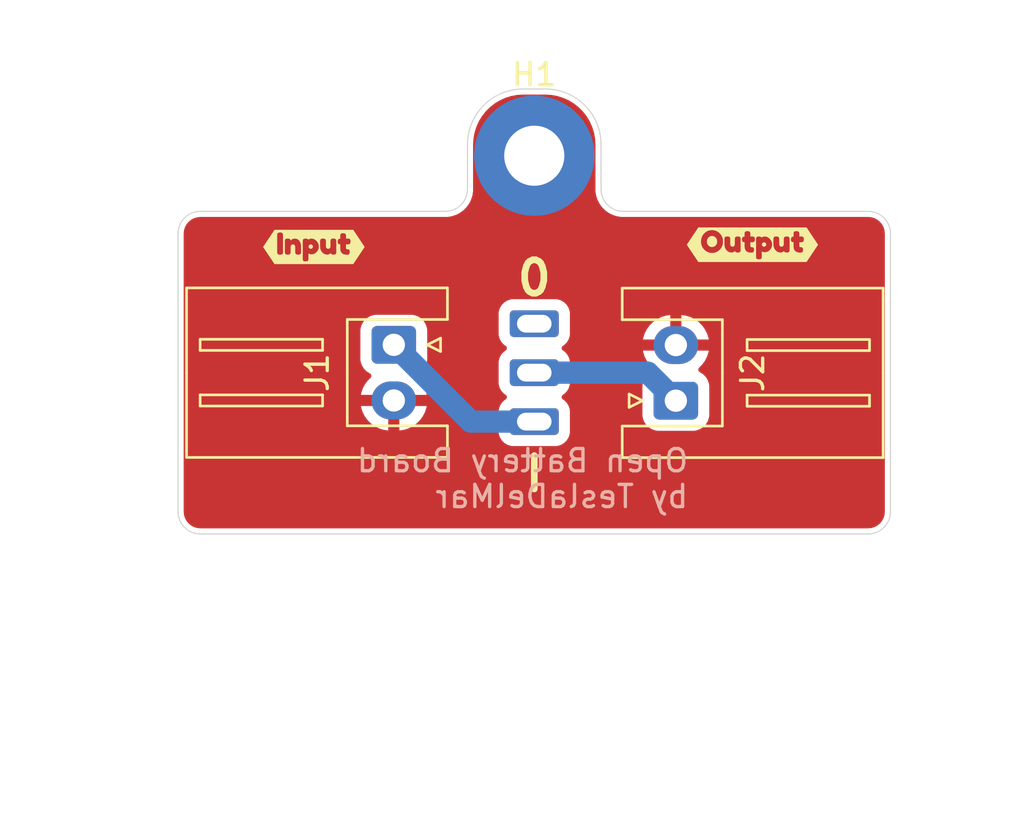
<source format=kicad_pcb>
(kicad_pcb (version 20241229) (generator "pcbnew") (generator_version "9.0")
  (layers (0 "F.Cu" signal) (2 "B.Cu" signal) (13 "F.Paste" user) (15 "B.Paste" user) (5 "F.SilkS" user "F.Silkscreen") (7 "B.SilkS" user "B.Silkscreen") (1 "F.Mask" user) (3 "B.Mask" user) (25 "Edge.Cuts" user))
  (net 0 "")
  (net 1 "Net-(J1-Pin_1)")
  (net 2 "GND")
  (net 3 "Net-(J2-Pin_1)")
  (footprint "ToggleSwitch:MICRO-SWITCH" (layer "F.Cu") (at 137.5 68.75)
    (property "Reference" "SW1" (hide yes))
    (property "Value" "SW_SPDT")
    (pad "1" thru_hole roundrect (at 0 -2.2) (size 2.2 1.2) (drill oval 1.55 0.8) (layers "*.Cu" "*.Mask") (roundrect_rratio 0.15))
    (pad "2" thru_hole roundrect (at 0 0) (size 2.2 1.2) (drill oval 1.55 0.8) (layers "*.Cu" "*.Mask") (roundrect_rratio 0.15) (net 3 "Net-(J2-Pin_1)"))
    (pad "3" thru_hole roundrect (at 0 2.2) (size 2.2 1.2) (drill oval 1.55 0.8) (layers "*.Cu" "*.Mask") (roundrect_rratio 0.15) (net 1 "Net-(J1-Pin_1)"))
  )
  (footprint "Connector_JST:JST_XH_S2B-XH-A_1x02_P2.50mm_Horizontal" (layer "F.Cu") (at 127.6 68.75 -90)
    (property "Reference" "J1" (at 0 -0.145 90) (layer "F.SilkS"))
    (property "Value" "Side_B")
    (fp_line (start -3.81 5.72) (end -3.81 -6) (stroke (width 0.12)) (layer "F.SilkS"))
    (fp_line (start 0 5.72) (end -3.81 5.72) (stroke (width 0.12)) (layer "F.SilkS"))
    (fp_line (start 0 5.72) (end 3.81 5.72) (stroke (width 0.12)) (layer "F.SilkS"))
    (fp_line (start 3.81 5.72) (end 3.81 -6) (stroke (width 0.12)) (layer "F.SilkS"))
    (fp_line (start -1.5 5.11) (end -1 5.11) (stroke (width 0.12)) (layer "F.SilkS"))
    (fp_line (start -1 5.11) (end -1 -0.39) (stroke (width 0.12)) (layer "F.SilkS"))
    (fp_line (start 1 5.11) (end 1.5 5.11) (stroke (width 0.12)) (layer "F.SilkS"))
    (fp_line (start 1.5 5.11) (end 1.5 -0.39) (stroke (width 0.12)) (layer "F.SilkS"))
    (fp_line (start -1.5 -0.39) (end -1.5 5.11) (stroke (width 0.12)) (layer "F.SilkS"))
    (fp_line (start -1 -0.39) (end -1.5 -0.39) (stroke (width 0.12)) (layer "F.SilkS"))
    (fp_line (start 1 -0.39) (end 1 5.11) (stroke (width 0.12)) (layer "F.SilkS"))
    (fp_line (start 1.5 -0.39) (end 1 -0.39) (stroke (width 0.12)) (layer "F.SilkS"))
    (fp_line (start -2.39 -1.5) (end 0 -1.5) (stroke (width 0.12)) (layer "F.SilkS"))
    (fp_line (start 2.39 -1.5) (end 0 -1.5) (stroke (width 0.12)) (layer "F.SilkS"))
    (fp_line (start -1.25 -5.09) (end -1.55 -5.69) (stroke (width 0.12)) (layer "F.SilkS"))
    (fp_line (start -1.55 -5.69) (end -0.95 -5.69) (stroke (width 0.12)) (layer "F.SilkS"))
    (fp_line (start -0.95 -5.69) (end -1.25 -5.09) (stroke (width 0.12)) (layer "F.SilkS"))
    (fp_line (start -3.81 -6) (end -2.39 -6) (stroke (width 0.12)) (layer "F.SilkS"))
    (fp_line (start -2.39 -6) (end -2.39 -1.5) (stroke (width 0.12)) (layer "F.SilkS"))
    (fp_line (start 2.39 -6) (end 2.39 -1.5) (stroke (width 0.12)) (layer "F.SilkS"))
    (fp_line (start 3.81 -6) (end 2.39 -6) (stroke (width 0.12)) (layer "F.SilkS"))
    (pad "1" thru_hole roundrect (at -1.25 -3.59 270) (size 1.7 2) (drill 1) (layers "*.Cu" "*.Mask") (roundrect_rratio 0.147059) (net 1 "Net-(J1-Pin_1)"))
    (pad "2" thru_hole oval (at 1.25 -3.59 270) (size 1.7 2) (drill 1) (layers "*.Cu" "*.Mask") (net 2 "GND"))
  )
  (footprint "Connector_JST:JST_XH_S2B-XH-A_1x02_P2.50mm_Horizontal" (layer "F.Cu") (at 147.3 68.75 90)
    (property "Reference" "J2" (at -0.01 0.005 90) (layer "F.SilkS"))
    (property "Value" "Side_A")
    (fp_line (start 3.8 -5.85) (end 2.38 -5.85) (stroke (width 0.12)) (layer "F.SilkS"))
    (fp_line (start 2.38 -5.85) (end 2.38 -1.35) (stroke (width 0.12)) (layer "F.SilkS"))
    (fp_line (start -2.4 -5.85) (end -2.4 -1.35) (stroke (width 0.12)) (layer "F.SilkS"))
    (fp_line (start -3.82 -5.85) (end -2.4 -5.85) (stroke (width 0.12)) (layer "F.SilkS"))
    (fp_line (start -0.96 -5.54) (end -1.26 -4.94) (stroke (width 0.12)) (layer "F.SilkS"))
    (fp_line (start -1.56 -5.54) (end -0.96 -5.54) (stroke (width 0.12)) (layer "F.SilkS"))
    (fp_line (start -1.26 -4.94) (end -1.56 -5.54) (stroke (width 0.12)) (layer "F.SilkS"))
    (fp_line (start 2.38 -1.35) (end -0.01 -1.35) (stroke (width 0.12)) (layer "F.SilkS"))
    (fp_line (start -2.4 -1.35) (end -0.01 -1.35) (stroke (width 0.12)) (layer "F.SilkS"))
    (fp_line (start 1.49 -0.24) (end 0.99 -0.24) (stroke (width 0.12)) (layer "F.SilkS"))
    (fp_line (start 0.99 -0.24) (end 0.99 5.26) (stroke (width 0.12)) (layer "F.SilkS"))
    (fp_line (start -1.01 -0.24) (end -1.51 -0.24) (stroke (width 0.12)) (layer "F.SilkS"))
    (fp_line (start -1.51 -0.24) (end -1.51 5.26) (stroke (width 0.12)) (layer "F.SilkS"))
    (fp_line (start 1.49 5.26) (end 1.49 -0.24) (stroke (width 0.12)) (layer "F.SilkS"))
    (fp_line (start 0.99 5.26) (end 1.49 5.26) (stroke (width 0.12)) (layer "F.SilkS"))
    (fp_line (start -1.01 5.26) (end -1.01 -0.24) (stroke (width 0.12)) (layer "F.SilkS"))
    (fp_line (start -1.51 5.26) (end -1.01 5.26) (stroke (width 0.12)) (layer "F.SilkS"))
    (fp_line (start 3.8 5.87) (end 3.8 -5.85) (stroke (width 0.12)) (layer "F.SilkS"))
    (fp_line (start -0.01 5.87) (end 3.8 5.87) (stroke (width 0.12)) (layer "F.SilkS"))
    (fp_line (start -0.01 5.87) (end -3.82 5.87) (stroke (width 0.12)) (layer "F.SilkS"))
    (fp_line (start -3.82 5.87) (end -3.82 -5.85) (stroke (width 0.12)) (layer "F.SilkS"))
    (pad "1" thru_hole roundrect (at -1.26 -3.44 90) (size 1.7 2) (drill 1) (layers "*.Cu" "*.Mask") (roundrect_rratio 0.147059) (net 3 "Net-(J2-Pin_1)"))
    (pad "2" thru_hole oval (at 1.24 -3.44 90) (size 1.7 2) (drill 1) (layers "*.Cu" "*.Mask") (net 2 "GND"))
  )
  (footprint "kibuzzard-6990D6B8" (layer "F.Cu") (at 147.3 63)
    (property "Reference" "kibuzzard-6990D6B8" (hide yes))
    (property "Value" "G***" (hide yes))
    (fp_poly (pts (xy 0.625179 -0.008584) (xy 0.595136 -0.081545) (xy 0.522175 -0.111588) (xy 0.449213 -0.081545) (xy 0.41917 -0.008584) (xy 0.449213 0.063662) (xy 0.520744 0.094421) (xy 0.593705 0.063662) (xy 0.625179 -0.008584)) (fill yes) (layer "F.SilkS"))
    (fp_poly (pts (xy -1.816881 0.108727) (xy -1.725858 0.090665) (xy -1.650215 0.036481) (xy -1.599249 -0.044528) (xy -1.58226 -0.143062) (xy -1.599428 -0.24088) (xy -1.65093 -0.322604) (xy -1.726395 -0.377861) (xy -1.815451 -0.39628) (xy -1.905579 -0.377861) (xy -1.981402 -0.322604) (xy -2.032904 -0.24088) (xy -2.050072 -0.143062) (xy -2.032725 -0.04721) (xy -1.980687 0.034335) (xy -1.905043 0.090129) (xy -1.816881 0.108727)) (fill yes) (layer "F.SilkS"))
    (fp_poly (pts (xy -2.311874 -0.777301) (xy -2.431092 -0.777301) (xy -2.949293 0) (xy -2.431092 0.777301) (xy -2.311874 0.777301) (xy -1.809728 0.777301) (xy -1.809728 0.370529) (xy -1.909692 0.36123) (xy -2.002146 0.333333) (xy -2.087089 0.286838) (xy -2.164521 0.221745) (xy -2.228988 0.143509) (xy -2.275036 0.057582) (xy -2.302665 -0.036034) (xy -2.311874 -0.137339) (xy -2.302933 -0.241953) (xy -2.276109 -0.33834) (xy -2.231402 -0.426502) (xy -2.168813 -0.506438) (xy -2.093437 -0.572783) (xy -2.010372 -0.620172) (xy -1.919617 -0.648605) (xy -1.821173 -0.658083) (xy -1.720672 -0.648739) (xy -1.62804 -0.620708) (xy -1.543276 -0.57399) (xy -1.466381 -0.508584) (xy -1.402539 -0.429676) (xy -1.356938 -0.342454) (xy -1.329578 -0.246915) (xy -1.320458 -0.143062) (xy -1.329444 -0.040996) (xy -1.356402 0.053469) (xy -1.401332 0.140334) (xy -1.464235 0.219599) (xy -1.539744 0.285631) (xy -1.622496 0.332797) (xy -1.712491 0.361096) (xy -1.809728 0.370529) (xy -1.809728 0.777301) (xy -0.660944 0.777301) (xy -0.660944 0.353362) (xy -0.746423 0.336552) (xy -0.785408 0.286123) (xy -0.85515 0.335479) (xy -0.932761 0.351931) (xy -1.020188 0.340327) (xy -1.097441 0.305516) (xy -1.164521 0.247496) (xy -1.216182 0.172469) (xy -1.247179 0.086632) (xy -1.257511 -0.010014) (xy -1.257511 -0.243205) (xy -1.255365 -0.292561) (xy -1.241774 -0.331187) (xy -1.201717 -0.363376) (xy -1.127325 -0.373391) (xy -1.052933 -0.363376) (xy -1.012876 -0.330472) (xy -0.999285 -0.29113) (xy -0.997139 -0.241774) (xy -0.997139 -0.010014) (xy -0.969957 0.065808) (xy -0.894134 0.09299) (xy -0.819027 0.065093) (xy -0.79113 -0.010014) (xy -0.79113 -0.244635) (xy -0.788984 -0.292561) (xy -0.775393 -0.331187) (xy -0.736052 -0.363376) (xy -0.660944 -0.373391) (xy -0.586552 -0.363376) (xy -0.546495 -0.330472) (xy -0.532904 -0.29113) (xy -0.530758 -0.243205) (xy -0.530758 0.227468) (xy -0.531474 0.265379) (xy -0.539342 0.298283) (xy -0.559371 0.327611) (xy -0.597997 0.345494) (xy -0.660944 0.353362) (xy -0.660944 0.777301) (xy -0.055794 0.777301) (xy -0.055794 0.354793) (xy -0.148069 0.347004) (xy -0.222699 0.323637) (xy -0.279685 0.284692) (xy -0.319822 0.229375) (xy -0.343904 0.156891) (xy -0.351931 0.067239) (xy -0.351931 -0.114449) (xy -0.387697 -0.114449) (xy -0.45422 -0.145923) (xy -0.473534 -0.240343) (xy -0.450644 -0.332618) (xy -0.381974 -0.363376) (xy -0.351931 -0.363376) (xy -0.351931 -0.48784) (xy -0.349785 -0.535765) (xy -0.336195 -0.572961) (xy -0.296853 -0.603004) (xy -0.221745 -0.612303) (xy -0.149499 -0.602289) (xy -0.110157 -0.5701) (xy -0.095851 -0.530043) (xy -0.09299 -0.482117) (xy -0.09299 -0.367668) (xy -0.017167 -0.370529) (xy 0.020744 -0.369814) (xy 0.054363 -0.361946) (xy 0.085122 -0.341917) (xy 0.10372 -0.302575) (xy 0.111588 -0.238913) (xy 0.100858 -0.168097) (xy 0.069385 -0.128755) (xy 0.030043 -0.113734) (xy -0.018598 -0.110157) (xy -0.09299 -0.111588) (xy -0.09299 0.054363) (xy -0.085122 0.097282) (xy -0.054363 0.108727) (xy -0.001431 0.111588) (xy 0.037196 0.125179) (xy 0.065808 0.160229) (xy 0.074392 0.226037) (xy 0.063662 0.299714) (xy 0.030043 0.339056) (xy -0.009299 0.352647) (xy -0.055794 0.354793) (xy -0.055794 0.777301) (xy 0.290415 0.777301) (xy 0.290415 0.658083) (xy 0.228183 0.650215) (xy 0.190272 0.632332) (xy 0.170959 0.603004) (xy 0.163805 0.570815) (xy 0.16309 0.532189) (xy 0.16309 -0.244635) (xy 0.165236 -0.291845) (xy 0.178112 -0.329757) (xy 0.216738 -0.361946) (xy 0.288984 -0.37196) (xy 0.366595 -0.360515) (xy 0.413448 -0.32618) (xy 0.480329 -0.359442) (xy 0.555079 -0.370529) (xy 0.637101 -0.35829) (xy 0.7134 -0.32157) (xy 0.783977 -0.260372) (xy 0.840407 -0.183755) (xy 0.874265 -0.100779) (xy 0.885551 -0.011445) (xy 0.874424 0.078763) (xy 0.841043 0.160547) (xy 0.785408 0.233906) (xy 0.715308 0.291528) (xy 0.638531 0.326101) (xy 0.555079 0.337625) (xy 0.48176 0.328326) (xy 0.41917 0.300429) (xy 0.41917 0.530758) (xy 0.418455 0.577969) (xy 0.404864 0.61731) (xy 0.364807 0.648069) (xy 0.290415 0.658083) (xy 0.290415 0.777301) (xy 1.539342 0.777301) (xy 1.539342 0.353362) (xy 1.453863 0.336552) (xy 1.414878 0.286123) (xy 1.345136 0.335479) (xy 1.267525 0.351931) (xy 1.180099 0.340327) (xy 1.102845 0.305516) (xy 1.035765 0.247496) (xy 0.984104 0.172469) (xy 0.953108 0.086632) (xy 0.942775 -0.010014) (xy 0.942775 -0.243205) (xy 0.944921 -0.292561) (xy 0.958512 -0.331187) (xy 0.998569 -0.363376) (xy 1.072961 -0.373391) (xy 1.147353 -0.363376) (xy 1.187411 -0.330472) (xy 1.201001 -0.29113) (xy 1.203147 -0.241774) (xy 1.203147 -0.010014) (xy 1.230329 0.065808) (xy 1.306152 0.09299) (xy 1.381259 0.065093) (xy 1.409156 -0.010014) (xy 1.409156 -0.244635) (xy 1.411302 -0.292561) (xy 1.424893 -0.331187) (xy 1.464235 -0.363376) (xy 1.539342 -0.373391) (xy 1.613734 -0.363376) (xy 1.653791 -0.330472) (xy 1.667382 -0.29113) (xy 1.669528 -0.243205) (xy 1.669528 0.227468) (xy 1.668813 0.265379) (xy 1.660944 0.298283) (xy 1.640916 0.327611) (xy 1.602289 0.345494) (xy 1.539342 0.353362) (xy 1.539342 0.777301) (xy 2.144492 0.777301) (xy 2.144492 0.354793) (xy 2.052217 0.347004) (xy 1.977587 0.323637) (xy 1.920601 0.284692) (xy 1.880464 0.229375) (xy 1.856382 0.156891) (xy 1.848355 0.067239) (xy 1.848355 -0.114449) (xy 1.812589 -0.114449) (xy 1.746066 -0.145923) (xy 1.726753 -0.240343) (xy 1.749642 -0.332618) (xy 1.818312 -0.363376) (xy 1.848355 -0.363376) (xy 1.848355 -0.48784) (xy 1.850501 -0.535765) (xy 1.864092 -0.572961) (xy 1.903433 -0.603004) (xy 1.978541 -0.612303) (xy 2.050787 -0.602289) (xy 2.090129 -0.5701) (xy 2.104435 -0.530043) (xy 2.107296 -0.482117) (xy 2.107296 -0.367668) (xy 2.183119 -0.370529) (xy 2.22103 -0.369814) (xy 2.254649 -0.361946) (xy 2.285408 -0.341917) (xy 2.304006 -0.302575) (xy 2.311874 -0.238913) (xy 2.301144 -0.168097) (xy 2.269671 -0.128755) (xy 2.230329 -0.113734) (xy 2.181688 -0.110157) (xy 2.107296 -0.111588) (xy 2.107296 0.054363) (xy 2.115165 0.097282) (xy 2.145923 0.108727) (xy 2.198856 0.111588) (xy 2.237482 0.125179) (xy 2.266094 0.160229) (xy 2.274678 0.226037) (xy 2.263948 0.299714) (xy 2.230329 0.339056) (xy 2.190987 0.352647) (xy 2.144492 0.354793) (xy 2.144492 0.777301) (xy 2.311874 0.777301) (xy 2.431092 0.777301) (xy 2.949293 0) (xy 2.431092 -0.777301) (xy 2.311874 -0.777301) (xy -2.311874 -0.777301)) (fill yes) (layer "F.SilkS"))
  )
  (footprint "MountingHole:MountingHole_2.7mm_M2.5_Pad_TopBottom" (layer "F.Cu") (at 137.5 59)
    (property "Reference" "H1" (at 0 -3.65 0) (layer "F.SilkS"))
    (property "Value" "MountingHole_Pad")
    (pad "1" thru_hole circle (at 0 0) (size 3.1 3.1) (drill 2.7) (layers "*.Cu" "*.Mask") (net 2 "GND"))
    (pad "1" connect circle (at 0 0) (size 5.4 5.4) (layers "F.Cu" "F.Mask") (net 2 "GND"))
    (pad "1" connect circle (at 0 0) (size 5.4 5.4) (layers "B.Cu" "B.Mask") (net 2 "GND"))
  )
  (footprint "kibuzzard-6990D6AA" (layer "F.Cu") (at 127.6 63.1)
    (property "Reference" "kibuzzard-6990D6AA" (hide yes))
    (property "Value" "G***" (hide yes))
    (fp_poly (pts (xy -0.037911 -0.014306) (xy -0.067954 -0.087268) (xy -0.140916 -0.11731) (xy -0.213877 -0.087268) (xy -0.24392 -0.014306) (xy -0.213877 0.05794) (xy -0.142346 0.088698) (xy -0.069385 0.05794) (xy -0.037911 -0.014306)) (fill yes) (layer "F.SilkS"))
    (fp_poly (pts (xy -1.648784 -0.771578) (xy -1.768002 -0.771578) (xy -2.282388 0) (xy -1.768002 0.771578) (xy -1.648784 0.771578) (xy -1.518598 0.771578) (xy -1.518598 0.34907) (xy -1.59299 0.339056) (xy -1.633047 0.306152) (xy -1.646638 0.26681) (xy -1.648784 0.217454) (xy -1.648784 -0.522175) (xy -1.646638 -0.5701) (xy -1.633047 -0.609442) (xy -1.59299 -0.642346) (xy -1.517167 -0.652361) (xy -1.442775 -0.642346) (xy -1.402718 -0.609442) (xy -1.389127 -0.5701) (xy -1.386981 -0.520744) (xy -1.386981 0.218884) (xy -1.389127 0.26824) (xy -1.402718 0.306867) (xy -1.442775 0.339056) (xy -1.518598 0.34907) (xy -1.518598 0.771578) (xy -0.707439 0.771578) (xy -0.707439 0.347639) (xy -0.783262 0.337625) (xy -0.823319 0.304721) (xy -0.83691 0.265379) (xy -0.839056 0.217454) (xy -0.839056 -0.015737) (xy -0.865522 -0.091559) (xy -0.940629 -0.118741) (xy -1.016452 -0.090844) (xy -1.045064 -0.015737) (xy -1.045064 0.218884) (xy -1.04721 0.26681) (xy -1.060801 0.305436) (xy -1.100858 0.337625) (xy -1.17525 0.347639) (xy -1.248927 0.337625) (xy -1.288269 0.305436) (xy -1.30186 0.26681) (xy -1.304006 0.217454) (xy -1.304006 -0.253219) (xy -1.301144 -0.300429) (xy -1.287554 -0.337625) (xy -1.248212 -0.368383) (xy -1.17382 -0.377682) (xy -1.106581 -0.369099) (xy -1.067954 -0.345494) (xy -1.052217 -0.318312) (xy -1.047926 -0.288984) (xy -0.971388 -0.350501) (xy -0.867668 -0.377682) (xy -0.782149 -0.366396) (xy -0.710618 -0.332539) (xy -0.653076 -0.276109) (xy -0.610952 -0.202035) (xy -0.585678 -0.115244) (xy -0.577253 -0.015737) (xy -0.577253 0.218884) (xy -0.579399 0.26681) (xy -0.59299 0.305436) (xy -0.632332 0.337625) (xy -0.707439 0.347639) (xy -0.707439 0.771578) (xy -0.372675 0.771578) (xy -0.372675 0.652361) (xy -0.434907 0.644492) (xy -0.472818 0.626609) (xy -0.492132 0.597282) (xy -0.499285 0.565093) (xy -0.5 0.526466) (xy -0.5 -0.250358) (xy -0.497854 -0.297568) (xy -0.484979 -0.335479) (xy -0.446352 -0.367668) (xy -0.374106 -0.377682) (xy -0.296495 -0.366237) (xy -0.249642 -0.331903) (xy -0.182761 -0.365165) (xy -0.108011 -0.376252) (xy -0.02599 -0.364012) (xy 0.05031 -0.327293) (xy 0.120887 -0.266094) (xy 0.177317 -0.189477) (xy 0.211175 -0.106501) (xy 0.222461 -0.017167) (xy 0.211334 0.073041) (xy 0.177953 0.154824) (xy 0.122318 0.228183) (xy 0.052217 0.285805) (xy -0.024559 0.320378) (xy -0.108011 0.331903) (xy -0.18133 0.322604) (xy -0.24392 0.294707) (xy -0.24392 0.525036) (xy -0.244635 0.572246) (xy -0.258226 0.611588) (xy -0.298283 0.642346) (xy -0.372675 0.652361) (xy -0.372675 0.771578) (xy 0.876252 0.771578) (xy 0.876252 0.347639) (xy 0.790773 0.33083) (xy 0.751788 0.280401) (xy 0.682046 0.329757) (xy 0.604435 0.346209) (xy 0.517008 0.334605) (xy 0.439755 0.299793) (xy 0.372675 0.241774) (xy 0.321014 0.166746) (xy 0.290017 0.080909) (xy 0.279685 -0.015737) (xy 0.279685 -0.248927) (xy 0.281831 -0.298283) (xy 0.295422 -0.33691) (xy 0.335479 -0.369099) (xy 0.409871 -0.379113) (xy 0.484263 -0.369099) (xy 0.52432 -0.336195) (xy 0.537911 -0.296853) (xy 0.540057 -0.247496) (xy 0.540057 -0.015737) (xy 0.567239 0.060086) (xy 0.643062 0.087268) (xy 0.718169 0.059371) (xy 0.746066 -0.015737) (xy 0.746066 -0.250358) (xy 0.748212 -0.298283) (xy 0.761803 -0.33691) (xy 0.801144 -0.369099) (xy 0.876252 -0.379113) (xy 0.950644 -0.369099) (xy 0.990701 -0.336195) (xy 1.004292 -0.296853) (xy 1.006438 -0.248927) (xy 1.006438 0.221745) (xy 1.005722 0.259657) (xy 0.997854 0.292561) (xy 0.977825 0.321888) (xy 0.939199 0.339771) (xy 0.876252 0.347639) (xy 0.876252 0.771578) (xy 1.481402 0.771578) (xy 1.481402 0.34907) (xy 1.389127 0.341281) (xy 1.314497 0.317914) (xy 1.257511 0.27897) (xy 1.217374 0.223653) (xy 1.193292 0.151168) (xy 1.185265 0.061516) (xy 1.185265 -0.120172) (xy 1.149499 -0.120172) (xy 1.082976 -0.151645) (xy 1.063662 -0.246066) (xy 1.086552 -0.33834) (xy 1.155222 -0.369099) (xy 1.185265 -0.369099) (xy 1.185265 -0.493562) (xy 1.187411 -0.541488) (xy 1.201001 -0.578684) (xy 1.240343 -0.608727) (xy 1.315451 -0.618026) (xy 1.387697 -0.608011) (xy 1.427039 -0.575823) (xy 1.441345 -0.535765) (xy 1.444206 -0.48784) (xy 1.444206 -0.373391) (xy 1.520029 -0.376252) (xy 1.55794 -0.375536) (xy 1.591559 -0.367668) (xy 1.622318 -0.347639) (xy 1.640916 -0.308298) (xy 1.648784 -0.244635) (xy 1.638054 -0.17382) (xy 1.606581 -0.134478) (xy 1.567239 -0.119456) (xy 1.518598 -0.11588) (xy 1.444206 -0.11731) (xy 1.444206 0.048641) (xy 1.452074 0.091559) (xy 1.482833 0.103004) (xy 1.535765 0.105866) (xy 1.574392 0.119456) (xy 1.603004 0.154506) (xy 1.611588 0.220315) (xy 1.600858 0.293991) (xy 1.567239 0.333333) (xy 1.527897 0.346924) (xy 1.481402 0.34907) (xy 1.481402 0.771578) (xy 1.648784 0.771578) (xy 1.768002 0.771578) (xy 2.282388 0) (xy 1.768002 -0.771578) (xy 1.648784 -0.771578) (xy -1.648784 -0.771578)) (fill yes) (layer "F.SilkS"))
  )
  (gr_line (start 121.5 75) (end 121.5 62.5) (stroke (width 0.05)) (layer "Edge.Cuts"))
  (gr_line (start 137 56) (end 138 56) (stroke (width 0.05)) (layer "Edge.Cuts"))
  (gr_line (start 141.5 61.5) (end 152.5 61.5) (stroke (width 0.05)) (layer "Edge.Cuts"))
  (gr_arc (start 141.5 61.5) (mid 140.792893 61.207107) (end 140.5 60.5) (stroke (width 0.05)) (layer "Edge.Cuts"))
  (gr_arc (start 134.5 60.5) (mid 134.207107 61.207107) (end 133.5 61.5) (stroke (width 0.05)) (layer "Edge.Cuts"))
  (gr_arc (start 121.5 62.5) (mid 121.792893 61.792893) (end 122.5 61.5) (stroke (width 0.05)) (layer "Edge.Cuts"))
  (gr_line (start 153.5 62.5) (end 153.5 75) (stroke (width 0.05)) (layer "Edge.Cuts"))
  (gr_arc (start 134.5 58.5) (mid 135.232233 56.732233) (end 137 56) (stroke (width 0.05)) (layer "Edge.Cuts"))
  (gr_line (start 134.5 60.5) (end 134.5 58.5) (stroke (width 0.05)) (layer "Edge.Cuts"))
  (gr_line (start 152.5 76) (end 122.5 76) (stroke (width 0.05)) (layer "Edge.Cuts"))
  (gr_arc (start 138 56) (mid 139.767767 56.732233) (end 140.5 58.5) (stroke (width 0.05)) (layer "Edge.Cuts"))
  (gr_line (start 122.5 61.5) (end 133.5 61.5) (stroke (width 0.05)) (layer "Edge.Cuts"))
  (gr_line (start 140.5 58.5) (end 140.5 60.5) (stroke (width 0.05)) (layer "Edge.Cuts"))
  (gr_arc (start 122.5 76) (mid 121.792893 75.707107) (end 121.5 75) (stroke (width 0.05)) (layer "Edge.Cuts"))
  (gr_arc (start 153.5 75) (mid 153.207107 75.707107) (end 152.5 76) (stroke (width 0.05)) (layer "Edge.Cuts"))
  (gr_arc (start 152.5 61.5) (mid 153.207107 61.792893) (end 153.5 62.5) (stroke (width 0.05)) (layer "Edge.Cuts"))
  (gr_text "0" (at 137.5 64.5 0) (layer "F.SilkS") (effects (font (size 1.5 1.5) (thickness 0.3) (bold yes))))
  (gr_text "I" (at 137.5 73.3 0) (layer "F.SilkS") (effects (font (size 1.5 1.5) (thickness 0.3) (bold yes))))
  (gr_text "Open Battery Board\nby TeslaDelMar" (at 144.5 74.9 0) (layer "B.SilkS") (effects (font (size 1 1)) (justify left bottom mirror)))
  (segment (start 131.2 67.5) (end 134.65 70.95) (width 1) (layer "B.Cu") (net 1))
  (segment (start 134.65 70.95) (end 137.34 70.95) (width 1) (layer "B.Cu") (net 1))
  (segment (start 142.6 68.75) (end 143.86 70.01) (width 1) (layer "B.Cu") (net 3))
  (segment (start 137.34 68.75) (end 142.6 68.75) (width 1) (layer "B.Cu") (net 3))
  (zone (net 2) (net_name "GND") (layer "F.Cu") (connect_pads (clearance 0.5)) (min_thickness 0.25) (fill yes (thermal_gap 0.5) (thermal_bridge_width 0.5))
    (polygon (pts (xy 113.5 52) (xy 159.5 52) (xy 159.5 89) (xy 113.5 89)))
  )
)
</source>
